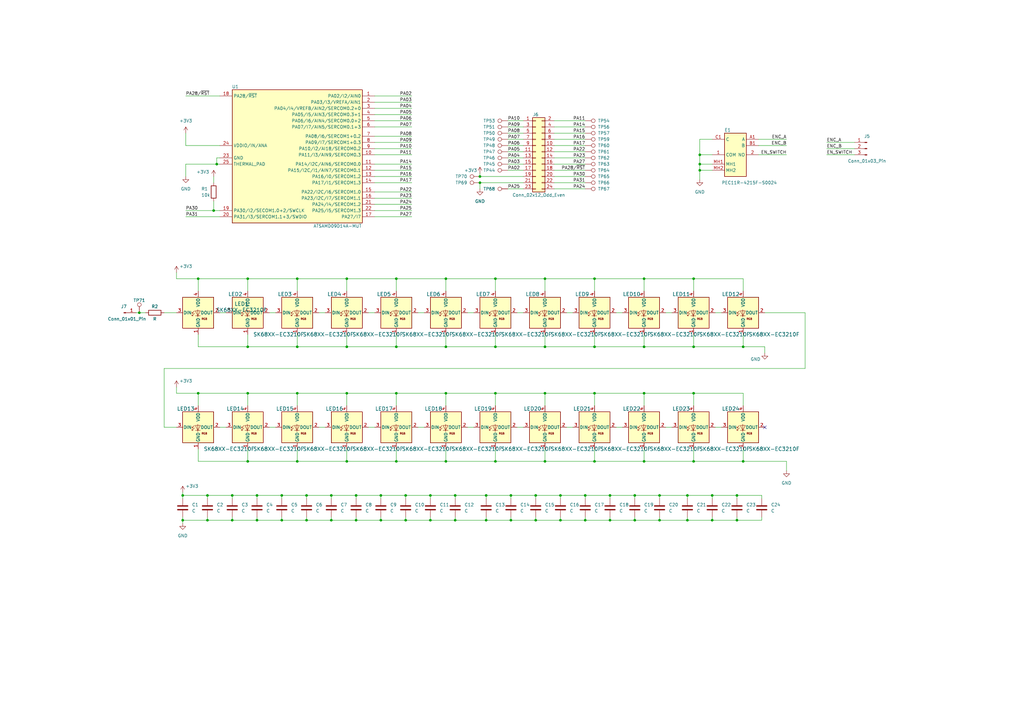
<source format=kicad_sch>
(kicad_sch (version 20231120) (generator "eeschema") (generator_version "8.0")
  (paper "A3")
  (title_block (title "Leds, Encoder, ATSAMD09") (date "2024-07-18") (rev "Final"))
  (junction (at 121.92 189.23))
  (junction (at 85.09 213.36))
  (junction (at 304.8 142.24))
  (junction (at 101.6 189.23))
  (junction (at 229.87 213.36))
  (junction (at 223.52 142.24))
  (junction (at 162.56 161.29))
  (junction (at 284.48 142.24))
  (junction (at 243.84 114.3))
  (junction (at 264.16 142.24))
  (junction (at 264.16 161.29))
  (junction (at 162.56 114.3))
  (junction (at 146.05 213.36))
  (junction (at 219.71 203.2))
  (junction (at 287.02 69.85))
  (junction (at 250.19 213.36))
  (junction (at 101.6 161.29))
  (junction (at 74.93 213.36))
  (junction (at 166.37 213.36))
  (junction (at 74.93 203.2))
  (junction (at 203.2 161.29))
  (junction (at 105.41 203.2))
  (junction (at 135.89 213.36))
  (junction (at 270.51 203.2))
  (junction (at 166.37 203.2))
  (junction (at 176.53 203.2))
  (junction (at 240.03 203.2))
  (junction (at 260.35 213.36))
  (junction (at 250.19 203.2))
  (junction (at 243.84 142.24))
  (junction (at 292.1 203.2))
  (junction (at 142.24 161.29))
  (junction (at 304.8 189.23))
  (junction (at 302.26 213.36))
  (junction (at 264.16 114.3))
  (junction (at 287.02 67.31))
  (junction (at 203.2 114.3))
  (junction (at 182.88 142.24))
  (junction (at 284.48 114.3))
  (junction (at 101.6 142.24))
  (junction (at 85.09 203.2))
  (junction (at 182.88 161.29))
  (junction (at 243.84 161.29))
  (junction (at 196.85 72.39))
  (junction (at 142.24 114.3))
  (junction (at 292.1 213.36))
  (junction (at 162.56 142.24))
  (junction (at 270.51 213.36))
  (junction (at 142.24 189.23))
  (junction (at 209.55 203.2))
  (junction (at 219.71 213.36))
  (junction (at 115.57 203.2))
  (junction (at 125.73 213.36))
  (junction (at 209.55 213.36))
  (junction (at 281.94 213.36))
  (junction (at 162.56 189.23))
  (junction (at 81.28 161.29))
  (junction (at 87.63 86.36))
  (junction (at 95.25 213.36))
  (junction (at 156.21 203.2))
  (junction (at 243.84 189.23))
  (junction (at 105.41 213.36))
  (junction (at 264.16 189.23))
  (junction (at 121.92 161.29))
  (junction (at 101.6 114.3))
  (junction (at 146.05 203.2))
  (junction (at 142.24 142.24))
  (junction (at 203.2 142.24))
  (junction (at 121.92 142.24))
  (junction (at 186.69 203.2))
  (junction (at 302.26 203.2))
  (junction (at 260.35 203.2))
  (junction (at 199.39 213.36))
  (junction (at 81.28 114.3))
  (junction (at 229.87 203.2))
  (junction (at 203.2 189.23))
  (junction (at 223.52 161.29))
  (junction (at 176.53 213.36))
  (junction (at 57.15 128.27))
  (junction (at 223.52 189.23))
  (junction (at 284.48 189.23))
  (junction (at 95.25 203.2))
  (junction (at 199.39 203.2))
  (junction (at 182.88 114.3))
  (junction (at 135.89 203.2))
  (junction (at 196.85 74.93))
  (junction (at 240.03 213.36))
  (junction (at 125.73 203.2))
  (junction (at 121.92 114.3))
  (junction (at 281.94 203.2))
  (junction (at 284.48 161.29))
  (junction (at 115.57 213.36))
  (junction (at 223.52 114.3))
  (junction (at 186.69 213.36))
  (junction (at 88.9 67.31))
  (junction (at 182.88 189.23))
  (junction (at 287.02 63.5))
  (junction (at 156.21 213.36))
  (no_connect (at 313.69 175.26))
  (wire (pts (xy 312.42 213.36) (xy 312.42 212.09)))
  (wire (pts (xy 162.56 114.3) (xy 162.56 119.38)))
  (wire (pts (xy 311.15 57.15) (xy 322.58 57.15)))
  (wire (pts (xy 95.25 213.36) (xy 105.41 213.36)))
  (wire (pts (xy 166.37 213.36) (xy 176.53 213.36)))
  (wire (pts (xy 227.33 52.07) (xy 240.03 52.07)))
  (wire (pts (xy 287.02 69.85) (xy 292.1 69.85)))
  (wire (pts (xy 67.31 151.13) (xy 67.31 175.26)))
  (wire (pts (xy 110.49 175.26) (xy 113.03 175.26)))
  (wire (pts (xy 166.37 203.2) (xy 166.37 204.47)))
  (wire (pts (xy 270.51 203.2) (xy 281.94 203.2)))
  (wire (pts (xy 287.02 67.31) (xy 292.1 67.31)))
  (wire (pts (xy 182.88 161.29) (xy 182.88 166.37)))
  (wire (pts (xy 153.67 41.91) (xy 168.91 41.91)))
  (wire (pts (xy 153.67 74.93) (xy 168.91 74.93)))
  (wire (pts (xy 223.52 184.15) (xy 223.52 189.23)))
  (wire (pts (xy 284.48 142.24) (xy 304.8 142.24)))
  (wire (pts (xy 162.56 161.29) (xy 162.56 166.37)))
  (wire (pts (xy 146.05 213.36) (xy 146.05 212.09)))
  (wire (pts (xy 85.09 213.36) (xy 95.25 213.36)))
  (wire (pts (xy 243.84 114.3) (xy 243.84 119.38)))
  (wire (pts (xy 243.84 161.29) (xy 264.16 161.29)))
  (wire (pts (xy 81.28 142.24) (xy 101.6 142.24)))
  (wire (pts (xy 281.94 203.2) (xy 281.94 204.47)))
  (wire (pts (xy 162.56 161.29) (xy 182.88 161.29)))
  (wire (pts (xy 212.09 175.26) (xy 214.63 175.26)))
  (wire (pts (xy 203.2 161.29) (xy 223.52 161.29)))
  (wire (pts (xy 203.2 114.3) (xy 223.52 114.3)))
  (wire (pts (xy 74.93 203.2) (xy 85.09 203.2)))
  (wire (pts (xy 95.25 203.2) (xy 95.25 204.47)))
  (wire (pts (xy 182.88 189.23) (xy 203.2 189.23)))
  (wire (pts (xy 88.9 64.77) (xy 88.9 67.31)))
  (wire (pts (xy 287.02 67.31) (xy 287.02 69.85)))
  (wire (pts (xy 162.56 184.15) (xy 162.56 189.23)))
  (wire (pts (xy 153.67 58.42) (xy 168.91 58.42)))
  (wire (pts (xy 227.33 69.85) (xy 240.03 69.85)))
  (wire (pts (xy 219.71 212.09) (xy 219.71 213.36)))
  (wire (pts (xy 227.33 49.53) (xy 240.03 49.53)))
  (wire (pts (xy 151.13 175.26) (xy 153.67 175.26)))
  (wire (pts (xy 76.2 54.61) (xy 76.2 59.69)))
  (wire (pts (xy 250.19 213.36) (xy 260.35 213.36)))
  (wire (pts (xy 130.81 128.27) (xy 133.35 128.27)))
  (wire (pts (xy 302.26 212.09) (xy 302.26 213.36)))
  (wire (pts (xy 304.8 189.23) (xy 322.58 189.23)))
  (wire (pts (xy 153.67 78.74) (xy 168.91 78.74)))
  (wire (pts (xy 250.19 203.2) (xy 260.35 203.2)))
  (wire (pts (xy 171.45 128.27) (xy 173.99 128.27)))
  (wire (pts (xy 142.24 114.3) (xy 142.24 119.38)))
  (wire (pts (xy 196.85 74.93) (xy 214.63 74.93)))
  (wire (pts (xy 57.15 128.27) (xy 59.69 128.27)))
  (wire (pts (xy 81.28 137.16) (xy 81.28 142.24)))
  (wire (pts (xy 304.8 184.15) (xy 304.8 189.23)))
  (wire (pts (xy 182.88 114.3) (xy 182.88 119.38)))
  (wire (pts (xy 214.63 57.15) (xy 208.28 57.15)))
  (wire (pts (xy 304.8 114.3) (xy 304.8 119.38)))
  (wire (pts (xy 186.69 213.36) (xy 199.39 213.36)))
  (wire (pts (xy 166.37 212.09) (xy 166.37 213.36)))
  (wire (pts (xy 227.33 64.77) (xy 240.03 64.77)))
  (wire (pts (xy 81.28 161.29) (xy 101.6 161.29)))
  (wire (pts (xy 81.28 184.15) (xy 81.28 189.23)))
  (wire (pts (xy 292.1 203.2) (xy 292.1 204.47)))
  (wire (pts (xy 227.33 54.61) (xy 240.03 54.61)))
  (wire (pts (xy 156.21 212.09) (xy 156.21 213.36)))
  (wire (pts (xy 76.2 39.37) (xy 90.17 39.37)))
  (wire (pts (xy 67.31 151.13) (xy 330.2 151.13)))
  (wire (pts (xy 270.51 213.36) (xy 270.51 212.09)))
  (wire (pts (xy 171.45 175.26) (xy 173.99 175.26)))
  (wire (pts (xy 284.48 161.29) (xy 284.48 166.37)))
  (wire (pts (xy 214.63 62.23) (xy 208.28 62.23)))
  (wire (pts (xy 72.39 161.29) (xy 72.39 158.75)))
  (wire (pts (xy 250.19 203.2) (xy 250.19 204.47)))
  (wire (pts (xy 219.71 213.36) (xy 229.87 213.36)))
  (wire (pts (xy 209.55 213.36) (xy 209.55 212.09)))
  (wire (pts (xy 270.51 213.36) (xy 281.94 213.36)))
  (wire (pts (xy 240.03 203.2) (xy 240.03 204.47)))
  (wire (pts (xy 311.15 63.5) (xy 322.58 63.5)))
  (wire (pts (xy 250.19 212.09) (xy 250.19 213.36)))
  (wire (pts (xy 162.56 142.24) (xy 182.88 142.24)))
  (wire (pts (xy 281.94 212.09) (xy 281.94 213.36)))
  (wire (pts (xy 153.67 81.28) (xy 168.91 81.28)))
  (wire (pts (xy 81.28 114.3) (xy 101.6 114.3)))
  (wire (pts (xy 284.48 137.16) (xy 284.48 142.24)))
  (wire (pts (xy 153.67 63.5) (xy 168.91 63.5)))
  (wire (pts (xy 130.81 175.26) (xy 133.35 175.26)))
  (wire (pts (xy 95.25 212.09) (xy 95.25 213.36)))
  (wire (pts (xy 196.85 77.47) (xy 196.85 74.93)))
  (wire (pts (xy 229.87 203.2) (xy 240.03 203.2)))
  (wire (pts (xy 260.35 203.2) (xy 260.35 204.47)))
  (wire (pts (xy 229.87 212.09) (xy 229.87 213.36)))
  (wire (pts (xy 105.41 203.2) (xy 115.57 203.2)))
  (wire (pts (xy 142.24 137.16) (xy 142.24 142.24)))
  (wire (pts (xy 153.67 44.45) (xy 168.91 44.45)))
  (wire (pts (xy 339.09 63.5) (xy 350.52 63.5)))
  (wire (pts (xy 227.33 77.47) (xy 240.03 77.47)))
  (wire (pts (xy 176.53 212.09) (xy 176.53 213.36)))
  (wire (pts (xy 196.85 71.12) (xy 196.85 72.39)))
  (wire (pts (xy 199.39 213.36) (xy 209.55 213.36)))
  (wire (pts (xy 125.73 212.09) (xy 125.73 213.36)))
  (wire (pts (xy 153.67 52.07) (xy 168.91 52.07)))
  (wire (pts (xy 135.89 203.2) (xy 135.89 204.47)))
  (wire (pts (xy 293.37 128.27) (xy 295.91 128.27)))
  (wire (pts (xy 284.48 114.3) (xy 304.8 114.3)))
  (wire (pts (xy 287.02 63.5) (xy 292.1 63.5)))
  (wire (pts (xy 313.69 142.24) (xy 313.69 144.78)))
  (wire (pts (xy 227.33 72.39) (xy 240.03 72.39)))
  (wire (pts (xy 223.52 114.3) (xy 243.84 114.3)))
  (wire (pts (xy 146.05 203.2) (xy 146.05 204.47)))
  (wire (pts (xy 203.2 142.24) (xy 223.52 142.24)))
  (wire (pts (xy 284.48 184.15) (xy 284.48 189.23)))
  (wire (pts (xy 223.52 142.24) (xy 243.84 142.24)))
  (wire (pts (xy 199.39 203.2) (xy 209.55 203.2)))
  (wire (pts (xy 281.94 203.2) (xy 292.1 203.2)))
  (wire (pts (xy 203.2 114.3) (xy 203.2 119.38)))
  (wire (pts (xy 292.1 212.09) (xy 292.1 213.36)))
  (wire (pts (xy 302.26 203.2) (xy 302.26 204.47)))
  (wire (pts (xy 227.33 67.31) (xy 240.03 67.31)))
  (wire (pts (xy 264.16 161.29) (xy 284.48 161.29)))
  (wire (pts (xy 146.05 203.2) (xy 156.21 203.2)))
  (wire (pts (xy 214.63 52.07) (xy 208.28 52.07)))
  (wire (pts (xy 162.56 137.16) (xy 162.56 142.24)))
  (wire (pts (xy 105.41 213.36) (xy 115.57 213.36)))
  (wire (pts (xy 85.09 203.2) (xy 85.09 204.47)))
  (wire (pts (xy 302.26 213.36) (xy 312.42 213.36)))
  (wire (pts (xy 223.52 189.23) (xy 243.84 189.23)))
  (wire (pts (xy 74.93 213.36) (xy 85.09 213.36)))
  (wire (pts (xy 182.88 142.24) (xy 203.2 142.24)))
  (wire (pts (xy 115.57 203.2) (xy 125.73 203.2)))
  (wire (pts (xy 153.67 55.88) (xy 168.91 55.88)))
  (wire (pts (xy 142.24 161.29) (xy 162.56 161.29)))
  (wire (pts (xy 229.87 213.36) (xy 240.03 213.36)))
  (wire (pts (xy 214.63 64.77) (xy 208.28 64.77)))
  (wire (pts (xy 101.6 161.29) (xy 101.6 166.37)))
  (wire (pts (xy 142.24 161.29) (xy 142.24 166.37)))
  (wire (pts (xy 264.16 184.15) (xy 264.16 189.23)))
  (wire (pts (xy 153.67 88.9) (xy 168.91 88.9)))
  (wire (pts (xy 292.1 213.36) (xy 302.26 213.36)))
  (wire (pts (xy 304.8 137.16) (xy 304.8 142.24)))
  (wire (pts (xy 287.02 69.85) (xy 287.02 73.66)))
  (wire (pts (xy 264.16 114.3) (xy 264.16 119.38)))
  (wire (pts (xy 121.92 114.3) (xy 121.92 119.38)))
  (wire (pts (xy 214.63 59.69) (xy 208.28 59.69)))
  (wire (pts (xy 302.26 203.2) (xy 312.42 203.2)))
  (wire (pts (xy 74.93 212.09) (xy 74.93 213.36)))
  (wire (pts (xy 101.6 142.24) (xy 121.92 142.24)))
  (wire (pts (xy 214.63 54.61) (xy 208.28 54.61)))
  (wire (pts (xy 110.49 128.27) (xy 113.03 128.27)))
  (wire (pts (xy 252.73 175.26) (xy 255.27 175.26)))
  (wire (pts (xy 219.71 203.2) (xy 229.87 203.2)))
  (wire (pts (xy 135.89 212.09) (xy 135.89 213.36)))
  (wire (pts (xy 95.25 203.2) (xy 105.41 203.2)))
  (wire (pts (xy 121.92 137.16) (xy 121.92 142.24)))
  (wire (pts (xy 203.2 161.29) (xy 203.2 166.37)))
  (wire (pts (xy 90.17 64.77) (xy 88.9 64.77)))
  (wire (pts (xy 304.8 142.24) (xy 313.69 142.24)))
  (wire (pts (xy 101.6 114.3) (xy 101.6 119.38)))
  (wire (pts (xy 209.55 213.36) (xy 219.71 213.36)))
  (wire (pts (xy 304.8 161.29) (xy 304.8 166.37)))
  (wire (pts (xy 260.35 212.09) (xy 260.35 213.36)))
  (wire (pts (xy 151.13 128.27) (xy 153.67 128.27)))
  (wire (pts (xy 292.1 203.2) (xy 302.26 203.2)))
  (wire (pts (xy 339.09 58.42) (xy 350.52 58.42)))
  (wire (pts (xy 121.92 114.3) (xy 142.24 114.3)))
  (wire (pts (xy 156.21 203.2) (xy 166.37 203.2)))
  (wire (pts (xy 229.87 203.2) (xy 229.87 204.47)))
  (wire (pts (xy 153.67 69.85) (xy 168.91 69.85)))
  (wire (pts (xy 214.63 67.31) (xy 208.28 67.31)))
  (wire (pts (xy 243.84 114.3) (xy 264.16 114.3)))
  (wire (pts (xy 115.57 212.09) (xy 115.57 213.36)))
  (wire (pts (xy 292.1 57.15) (xy 287.02 57.15)))
  (wire (pts (xy 142.24 142.24) (xy 162.56 142.24)))
  (wire (pts (xy 67.31 175.26) (xy 72.39 175.26)))
  (wire (pts (xy 153.67 39.37) (xy 168.91 39.37)))
  (wire (pts (xy 105.41 212.09) (xy 105.41 213.36)))
  (wire (pts (xy 81.28 114.3) (xy 72.39 114.3)))
  (wire (pts (xy 153.67 67.31) (xy 168.91 67.31)))
  (wire (pts (xy 121.92 189.23) (xy 142.24 189.23)))
  (wire (pts (xy 214.63 69.85) (xy 208.28 69.85)))
  (wire (pts (xy 273.05 175.26) (xy 275.59 175.26)))
  (wire (pts (xy 156.21 213.36) (xy 166.37 213.36)))
  (wire (pts (xy 87.63 72.39) (xy 87.63 74.93)))
  (wire (pts (xy 243.84 142.24) (xy 264.16 142.24)))
  (wire (pts (xy 67.31 128.27) (xy 72.39 128.27)))
  (wire (pts (xy 243.84 137.16) (xy 243.84 142.24)))
  (wire (pts (xy 121.92 161.29) (xy 121.92 166.37)))
  (wire (pts (xy 142.24 184.15) (xy 142.24 189.23)))
  (wire (pts (xy 166.37 203.2) (xy 176.53 203.2)))
  (wire (pts (xy 284.48 189.23) (xy 304.8 189.23)))
  (wire (pts (xy 214.63 49.53) (xy 208.28 49.53)))
  (wire (pts (xy 90.17 128.27) (xy 92.71 128.27)))
  (wire (pts (xy 55.88 128.27) (xy 57.15 128.27)))
  (wire (pts (xy 284.48 114.3) (xy 284.48 119.38)))
  (wire (pts (xy 223.52 114.3) (xy 223.52 119.38)))
  (wire (pts (xy 191.77 128.27) (xy 194.31 128.27)))
  (wire (pts (xy 101.6 161.29) (xy 121.92 161.29)))
  (wire (pts (xy 182.88 137.16) (xy 182.88 142.24)))
  (wire (pts (xy 142.24 189.23) (xy 162.56 189.23)))
  (wire (pts (xy 74.93 201.93) (xy 74.93 203.2)))
  (wire (pts (xy 264.16 161.29) (xy 264.16 166.37)))
  (wire (pts (xy 153.67 86.36) (xy 168.91 86.36)))
  (wire (pts (xy 101.6 189.23) (xy 121.92 189.23)))
  (wire (pts (xy 81.28 166.37) (xy 81.28 161.29)))
  (wire (pts (xy 232.41 175.26) (xy 234.95 175.26)))
  (wire (pts (xy 153.67 60.96) (xy 168.91 60.96)))
  (wire (pts (xy 72.39 114.3) (xy 72.39 111.76)))
  (wire (pts (xy 284.48 161.29) (xy 304.8 161.29)))
  (wire (pts (xy 209.55 203.2) (xy 219.71 203.2)))
  (wire (pts (xy 243.84 161.29) (xy 243.84 166.37)))
  (wire (pts (xy 153.67 46.99) (xy 168.91 46.99)))
  (wire (pts (xy 176.53 203.2) (xy 176.53 204.47)))
  (wire (pts (xy 203.2 189.23) (xy 223.52 189.23)))
  (wire (pts (xy 223.52 161.29) (xy 223.52 166.37)))
  (wire (pts (xy 142.24 114.3) (xy 162.56 114.3)))
  (wire (pts (xy 203.2 184.15) (xy 203.2 189.23)))
  (wire (pts (xy 186.69 213.36) (xy 186.69 212.09)))
  (wire (pts (xy 76.2 67.31) (xy 88.9 67.31)))
  (wire (pts (xy 199.39 212.09) (xy 199.39 213.36)))
  (wire (pts (xy 199.39 203.2) (xy 199.39 204.47)))
  (wire (pts (xy 81.28 189.23) (xy 101.6 189.23)))
  (wire (pts (xy 203.2 137.16) (xy 203.2 142.24)))
  (wire (pts (xy 339.09 60.96) (xy 350.52 60.96)))
  (wire (pts (xy 264.16 142.24) (xy 284.48 142.24)))
  (wire (pts (xy 223.52 137.16) (xy 223.52 142.24)))
  (wire (pts (xy 153.67 83.82) (xy 168.91 83.82)))
  (wire (pts (xy 101.6 137.16) (xy 101.6 142.24)))
  (wire (pts (xy 186.69 203.2) (xy 199.39 203.2)))
  (wire (pts (xy 191.77 175.26) (xy 194.31 175.26)))
  (wire (pts (xy 281.94 213.36) (xy 292.1 213.36)))
  (wire (pts (xy 330.2 128.27) (xy 330.2 151.13)))
  (wire (pts (xy 121.92 142.24) (xy 142.24 142.24)))
  (wire (pts (xy 76.2 67.31) (xy 76.2 72.39)))
  (wire (pts (xy 214.63 72.39) (xy 196.85 72.39)))
  (wire (pts (xy 264.16 189.23) (xy 284.48 189.23)))
  (wire (pts (xy 125.73 203.2) (xy 135.89 203.2)))
  (wire (pts (xy 87.63 86.36) (xy 90.17 86.36)))
  (wire (pts (xy 312.42 203.2) (xy 312.42 204.47)))
  (wire (pts (xy 264.16 137.16) (xy 264.16 142.24)))
  (wire (pts (xy 81.28 161.29) (xy 72.39 161.29)))
  (wire (pts (xy 115.57 203.2) (xy 115.57 204.47)))
  (wire (pts (xy 90.17 175.26) (xy 92.71 175.26)))
  (wire (pts (xy 105.41 203.2) (xy 105.41 204.47)))
  (wire (pts (xy 186.69 203.2) (xy 186.69 204.47)))
  (wire (pts (xy 182.88 161.29) (xy 203.2 161.29)))
  (wire (pts (xy 240.03 203.2) (xy 250.19 203.2)))
  (wire (pts (xy 125.73 213.36) (xy 135.89 213.36)))
  (wire (pts (xy 146.05 213.36) (xy 156.21 213.36)))
  (wire (pts (xy 101.6 114.3) (xy 121.92 114.3)))
  (wire (pts (xy 273.05 128.27) (xy 275.59 128.27)))
  (wire (pts (xy 121.92 161.29) (xy 142.24 161.29)))
  (wire (pts (xy 240.03 213.36) (xy 250.19 213.36)))
  (wire (pts (xy 88.9 67.31) (xy 90.17 67.31)))
  (wire (pts (xy 264.16 114.3) (xy 284.48 114.3)))
  (wire (pts (xy 313.69 128.27) (xy 330.2 128.27)))
  (wire (pts (xy 240.03 212.09) (xy 240.03 213.36)))
  (wire (pts (xy 135.89 213.36) (xy 146.05 213.36)))
  (wire (pts (xy 287.02 63.5) (xy 287.02 67.31)))
  (wire (pts (xy 208.28 77.47) (xy 214.63 77.47)))
  (wire (pts (xy 153.67 49.53) (xy 168.91 49.53)))
  (wire (pts (xy 227.33 74.93) (xy 240.03 74.93)))
  (wire (pts (xy 135.89 203.2) (xy 146.05 203.2)))
  (wire (pts (xy 176.53 203.2) (xy 186.69 203.2)))
  (wire (pts (xy 182.88 184.15) (xy 182.88 189.23)))
  (wire (pts (xy 260.35 203.2) (xy 270.51 203.2)))
  (wire (pts (xy 252.73 128.27) (xy 255.27 128.27)))
  (wire (pts (xy 260.35 213.36) (xy 270.51 213.36)))
  (wire (pts (xy 125.73 203.2) (xy 125.73 204.47)))
  (wire (pts (xy 76.2 88.9) (xy 90.17 88.9)))
  (wire (pts (xy 81.28 119.38) (xy 81.28 114.3)))
  (wire (pts (xy 156.21 203.2) (xy 156.21 204.47)))
  (wire (pts (xy 227.33 57.15) (xy 240.03 57.15)))
  (wire (pts (xy 311.15 59.69) (xy 322.58 59.69)))
  (wire (pts (xy 223.52 161.29) (xy 243.84 161.29)))
  (wire (pts (xy 162.56 189.23) (xy 182.88 189.23)))
  (wire (pts (xy 212.09 128.27) (xy 214.63 128.27)))
  (wire (pts (xy 243.84 184.15) (xy 243.84 189.23)))
  (wire (pts (xy 85.09 213.36) (xy 85.09 212.09)))
  (wire (pts (xy 227.33 59.69) (xy 240.03 59.69)))
  (wire (pts (xy 287.02 57.15) (xy 287.02 63.5)))
  (wire (pts (xy 153.67 72.39) (xy 168.91 72.39)))
  (wire (pts (xy 270.51 203.2) (xy 270.51 204.47)))
  (wire (pts (xy 243.84 189.23) (xy 264.16 189.23)))
  (wire (pts (xy 227.33 62.23) (xy 240.03 62.23)))
  (wire (pts (xy 74.93 203.2) (xy 74.93 204.47)))
  (wire (pts (xy 76.2 59.69) (xy 90.17 59.69)))
  (wire (pts (xy 176.53 213.36) (xy 186.69 213.36)))
  (wire (pts (xy 293.37 175.26) (xy 295.91 175.26)))
  (wire (pts (xy 74.93 213.36) (xy 74.93 214.63)))
  (wire (pts (xy 232.41 128.27) (xy 234.95 128.27)))
  (wire (pts (xy 209.55 203.2) (xy 209.55 204.47)))
  (wire (pts (xy 219.71 203.2) (xy 219.71 204.47)))
  (wire (pts (xy 322.58 189.23) (xy 322.58 193.04)))
  (wire (pts (xy 182.88 114.3) (xy 203.2 114.3)))
  (wire (pts (xy 87.63 82.55) (xy 87.63 86.36)))
  (wire (pts (xy 101.6 184.15) (xy 101.6 189.23)))
  (wire (pts (xy 115.57 213.36) (xy 125.73 213.36)))
  (wire (pts (xy 76.2 86.36) (xy 87.63 86.36)))
  (wire (pts (xy 162.56 114.3) (xy 182.88 114.3)))
  (wire (pts (xy 85.09 203.2) (xy 95.25 203.2)))
  (wire (pts (xy 121.92 184.15) (xy 121.92 189.23)))
  (label "EN_SWITCH" (at 339.09 63.5 0))
  (label "PA17" (at 168.91 74.93 180))
  (label "PA17" (at 240.03 59.69 180))
  (label "PA31" (at 76.2 88.9 0))
  (label "PA11" (at 168.91 63.5 180))
  (label "PA10" (at 208.28 49.53 0))
  (label "PA28{slash}~{RST}" (at 76.2 39.37 0))
  (label "PA02" (at 208.28 69.85 0))
  (label "PA22" (at 240.03 62.23 180))
  (label "PA03" (at 208.28 67.31 0))
  (label "PA02" (at 168.91 39.37 180))
  (label "PA24" (at 240.03 77.47 180))
  (label "PA14" (at 240.03 52.07 180))
  (label "PA25" (at 208.28 77.47 0))
  (label "PA05" (at 168.91 46.99 180))
  (label "EN_SWITCH" (at 322.58 63.5 180))
  (label "PA08" (at 168.91 55.88 180))
  (label "PA23" (at 168.91 81.28 180))
  (label "PA23" (at 240.03 64.77 180))
  (label "PA22" (at 168.91 78.74 180))
  (label "PA10" (at 168.91 60.96 180))
  (label "PA27" (at 168.91 88.9 180))
  (label "PA11" (at 240.03 49.53 180))
  (label "PA31" (at 240.03 74.93 180))
  (label "PA16" (at 240.03 57.15 180))
  (label "PA09" (at 168.91 58.42 180))
  (label "ENC_B" (at 322.58 59.69 180))
  (label "PA06" (at 168.91 49.53 180))
  (label "PA15" (at 168.91 69.85 180))
  (label "ENC_B" (at 339.09 60.96 0))
  (label "PA09" (at 208.28 52.07 0))
  (label "PA07" (at 168.91 52.07 180))
  (label "PA27" (at 240.03 67.31 180))
  (label "ENC_A" (at 322.58 57.15 180))
  (label "PA14" (at 168.91 67.31 180))
  (label "PA08" (at 208.28 54.61 0))
  (label "PA28{slash}~{RST}" (at 240.03 69.85 180))
  (label "PA15" (at 240.03 54.61 180))
  (label "PA30" (at 240.03 72.39 180))
  (label "PA07" (at 208.28 57.15 0))
  (label "PA25" (at 168.91 86.36 180))
  (label "PA06" (at 208.28 59.69 0))
  (label "PA24" (at 168.91 83.82 180))
  (label "PA16" (at 168.91 72.39 180))
  (label "ENC_A" (at 339.09 58.42 0))
  (label "PA05" (at 208.28 62.23 0))
  (label "PA03" (at 168.91 41.91 180))
  (label "PA04" (at 168.91 44.45 180))
  (label "PA04" (at 208.28 64.77 0))
  (label "PA30" (at 76.2 86.36 0))
  (symbol (lib_id "Connector:TestPoint") (at 240.03 77.47 270) (mirror x) (unit 1)
    (property "Reference" "TP67" (at 247.65 77.47 90))
    (property "Value" "TestPoint" (effects (hide yes)))
    (property "Footprint" "TestPoint:TestPoint_Pad_D1.5mm" (effects (hide yes)))
  )
  (symbol (lib_id "SK68XX-EC3210F:SK68XX-EC3210F") (at 146.05 156.21 0) (unit 1)
    (property "Reference" "LED17" (at 157.48 167.64 0) (effects (font (size 1.524 1.524))))
    (property "Value" "SK68XX-EC3210F" (at 175.26 184.15 0) (effects (font (size 1.524 1.524))))
    (property "Footprint" "TFG:SK68XX-EC3210F" (effects (hide yes)))
  )
  (symbol (lib_id "power:+3V3") (at 72.39 111.76 0) (unit 1)
    (property "Reference" "#PWR015" (effects (hide yes)))
    (property "Value" "+3V3" (at 76.2 109.22 0))
  )
  (symbol (lib_id "Device:C") (at 74.93 208.28 0) (unit 1)
    (property "Reference" "C1" (at 78.74 207.01 0) (effects (justify left)))
    (property "Value" "C" (at 78.74 209.55 0) (effects (justify left)))
    (property "Footprint" "Capacitor_SMD:C_0603_1608Metric" (effects (hide yes)))
  )
  (symbol (lib_id "Connector:TestPoint") (at 57.15 128.27 0) (mirror y) (unit 1)
    (property "Reference" "TP71" (at 57.15 123.19 0))
    (property "Value" "TestPoint" (effects (hide yes)))
    (property "Footprint" "TestPoint:TestPoint_Pad_D1.5mm" (effects (hide yes)))
  )
  (symbol (lib_id "Connector:TestPoint") (at 240.03 74.93 270) (mirror x) (unit 1)
    (property "Reference" "TP66" (at 247.65 74.93 90))
    (property "Value" "TestPoint" (effects (hide yes)))
    (property "Footprint" "TestPoint:TestPoint_Pad_D1.5mm" (effects (hide yes)))
  )
  (symbol (lib_id "power:GND") (at 74.93 214.63 0) (unit 1)
    (property "Reference" "#PWR020" (effects (hide yes)))
    (property "Value" "GND" (at 74.93 219.71 0))
  )
  (symbol (lib_id "SK68XX-EC3210F:SK68XX-EC3210F") (at 64.77 156.21 0) (unit 1)
    (property "Reference" "LED13" (at 76.2 167.64 0) (effects (font (size 1.524 1.524))))
    (property "Value" "SK68XX-EC3210F" (at 93.98 184.15 0) (effects (font (size 1.524 1.524))))
    (property "Footprint" "TFG:SK68XX-EC3210F" (effects (hide yes)))
  )
  (symbol (lib_id "Connector:TestPoint") (at 208.28 52.07 90) (unit 1)
    (property "Reference" "TP51" (at 200.66 52.07 90))
    (property "Value" "TestPoint" (effects (hide yes)))
    (property "Footprint" "TestPoint:TestPoint_Pad_D1.5mm" (effects (hide yes)))
  )
  (symbol (lib_id "Connector:TestPoint") (at 208.28 59.69 90) (unit 1)
    (property "Reference" "TP48" (at 200.66 59.69 90))
    (property "Value" "TestPoint" (effects (hide yes)))
    (property "Footprint" "TestPoint:TestPoint_Pad_D1.5mm" (effects (hide yes)))
  )
  (symbol (lib_id "SK68XX-EC3210F:SK68XX-EC3210F") (at 288.29 109.22 0) (unit 1)
    (property "Reference" "LED12" (at 299.72 120.65 0) (effects (font (size 1.524 1.524))))
    (property "Value" "SK68XX-EC3210F" (at 317.5 137.16 0) (effects (font (size 1.524 1.524))))
    (property "Footprint" "TFG:SK68XX-EC3210F" (effects (hide yes)))
  )
  (symbol (lib_id "Device:C") (at 105.41 208.28 0) (unit 1)
    (property "Reference" "C4" (at 109.22 207.01 0) (effects (justify left)))
    (property "Value" "C" (at 109.22 209.55 0) (effects (justify left)))
    (property "Footprint" "Capacitor_SMD:C_0603_1608Metric" (effects (hide yes)))
  )
  (symbol (lib_id "Device:C") (at 229.87 208.28 0) (unit 1)
    (property "Reference" "C16" (at 233.68 207.01 0) (effects (justify left)))
    (property "Value" "C" (at 233.68 209.55 0) (effects (justify left)))
    (property "Footprint" "Capacitor_SMD:C_0603_1608Metric" (effects (hide yes)))
  )
  (symbol (lib_id "SK68XX-EC3210F:SK68XX-EC3210F") (at 125.73 109.22 0) (unit 1)
    (property "Reference" "LED4" (at 137.16 120.65 0) (effects (font (size 1.524 1.524))))
    (property "Value" "SK68XX-EC3210F" (at 154.94 137.16 0) (effects (font (size 1.524 1.524))))
    (property "Footprint" "TFG:SK68XX-EC3210F" (effects (hide yes)))
  )
  (symbol (lib_id "power:+3V3") (at 87.63 72.39 0) (unit 1)
    (property "Reference" "#PWR011" (effects (hide yes)))
    (property "Value" "+3V3" (at 83.185 70.485 0))
  )
  (symbol (lib_id "SK68XX-EC3210F:SK68XX-EC3210F") (at 207.01 156.21 0) (unit 1)
    (property "Reference" "LED20" (at 218.44 167.64 0) (effects (font (size 1.524 1.524))))
    (property "Value" "SK68XX-EC3210F" (at 236.22 184.15 0) (effects (font (size 1.524 1.524))))
    (property "Footprint" "TFG:SK68XX-EC3210F" (effects (hide yes)))
  )
  (symbol (lib_id "SK68XX-EC3210F:SK68XX-EC3210F") (at 85.09 109.22 0) (unit 1)
    (property "Reference" "LED2" (at 96.52 120.65 0) (effects (font (size 1.524 1.524))))
    (property "Value" "SK68XX-EC3210F" (at 114.3 137.16 0) (effects (font (size 1.524 1.524))))
    (property "Footprint" "TFG:SK68XX-EC3210F" (effects (hide yes)))
  )
  (symbol (lib_id "Device:C") (at 302.26 208.28 0) (unit 1)
    (property "Reference" "C23" (at 306.07 207.01 0) (effects (justify left)))
    (property "Value" "C" (at 306.07 209.55 0) (effects (justify left)))
    (property "Footprint" "Capacitor_SMD:C_0603_1608Metric" (effects (hide yes)))
  )
  (symbol (lib_id "Device:C") (at 199.39 208.28 0) (unit 1)
    (property "Reference" "C13" (at 203.2 207.01 0) (effects (justify left)))
    (property "Value" "C" (at 203.2 209.55 0) (effects (justify left)))
    (property "Footprint" "Capacitor_SMD:C_0603_1608Metric" (effects (hide yes)))
  )
  (symbol (lib_id "Device:C") (at 135.89 208.28 0) (unit 1)
    (property "Reference" "C7" (at 139.7 207.01 0) (effects (justify left)))
    (property "Value" "C" (at 139.7 209.55 0) (effects (justify left)))
    (property "Footprint" "Capacitor_SMD:C_0603_1608Metric" (effects (hide yes)))
  )
  (symbol (lib_id "Connector:TestPoint") (at 240.03 57.15 270) (mirror x) (unit 1)
    (property "Reference" "TP59" (at 247.65 57.15 90))
    (property "Value" "TestPoint" (effects (hide yes)))
    (property "Footprint" "TestPoint:TestPoint_Pad_D1.5mm" (effects (hide yes)))
  )
  (symbol (lib_id "SK68XX-EC3210F:SK68XX-EC3210F") (at 64.77 109.22 0) (unit 1)
    (property "Reference" "LED1" (at 99.06 124.6221 0) (effects (font (size 1.524 1.524))))
    (property "Value" "SK68XX-EC3210F" (at 99.06 127.1621 0) (effects (font (size 1.524 1.524))))
    (property "Footprint" "TFG:SK68XX-EC3210F" (effects (hide yes)))
  )
  (symbol (lib_id "Connector:TestPoint") (at 208.28 64.77 90) (unit 1)
    (property "Reference" "TP46" (at 200.66 64.77 90))
    (property "Value" "TestPoint" (effects (hide yes)))
    (property "Footprint" "TestPoint:TestPoint_Pad_D1.5mm" (effects (hide yes)))
  )
  (symbol (lib_id "SK68XX-EC3210F:SK68XX-EC3210F") (at 186.69 109.22 0) (unit 1)
    (property "Reference" "LED7" (at 198.12 120.65 0) (effects (font (size 1.524 1.524))))
    (property "Value" "SK68XX-EC3210F" (at 215.9 137.16 0) (effects (font (size 1.524 1.524))))
    (property "Footprint" "TFG:SK68XX-EC3210F" (effects (hide yes)))
  )
  (symbol (lib_id "Connector:TestPoint") (at 240.03 69.85 270) (mirror x) (unit 1)
    (property "Reference" "TP64" (at 247.65 69.85 90))
    (property "Value" "TestPoint" (effects (hide yes)))
    (property "Footprint" "TestPoint:TestPoint_Pad_D1.5mm" (effects (hide yes)))
  )
  (symbol (lib_id "Device:C") (at 281.94 208.28 0) (unit 1)
    (property "Reference" "C21" (at 285.75 207.01 0) (effects (justify left)))
    (property "Value" "C" (at 285.75 209.55 0) (effects (justify left)))
    (property "Footprint" "Capacitor_SMD:C_0603_1608Metric" (effects (hide yes)))
  )
  (symbol (lib_id "Device:R") (at 63.5 128.27 90) (unit 1)
    (property "Reference" "R2" (at 63.5 125.73 90))
    (property "Value" "R" (at 63.5 130.81 90))
    (property "Footprint" "Resistor_SMD:R_0402_1005Metric" (effects (hide yes)))
  )
  (symbol (lib_id "Connector:TestPoint") (at 240.03 67.31 270) (mirror x) (unit 1)
    (property "Reference" "TP63" (at 247.65 67.31 90))
    (property "Value" "TestPoint" (effects (hide yes)))
    (property "Footprint" "TestPoint:TestPoint_Pad_D1.5mm" (effects (hide yes)))
  )
  (symbol (lib_id "Device:C") (at 270.51 208.28 0) (unit 1)
    (property "Reference" "C20" (at 274.32 207.01 0) (effects (justify left)))
    (property "Value" "C" (at 274.32 209.55 0) (effects (justify left)))
    (property "Footprint" "Capacitor_SMD:C_0603_1608Metric" (effects (hide yes)))
  )
  (symbol (lib_id "SK68XX-EC3210F:SK68XX-EC3210F") (at 125.73 156.21 0) (unit 1)
    (property "Reference" "LED16" (at 137.16 167.64 0) (effects (font (size 1.524 1.524))))
    (property "Value" "SK68XX-EC3210F" (at 154.94 184.15 0) (effects (font (size 1.524 1.524))))
    (property "Footprint" "TFG:SK68XX-EC3210F" (effects (hide yes)))
  )
  (symbol (lib_id "SK68XX-EC3210F:SK68XX-EC3210F") (at 267.97 156.21 0) (unit 1)
    (property "Reference" "LED23" (at 279.4 167.64 0) (effects (font (size 1.524 1.524))))
    (property "Value" "SK68XX-EC3210F" (at 297.18 184.15 0) (effects (font (size 1.524 1.524))))
    (property "Footprint" "TFG:SK68XX-EC3210F" (effects (hide yes)))
  )
  (symbol (lib_id "Connector:TestPoint") (at 240.03 52.07 270) (mirror x) (unit 1)
    (property "Reference" "TP56" (at 247.65 52.07 90))
    (property "Value" "TestPoint" (effects (hide yes)))
    (property "Footprint" "TestPoint:TestPoint_Pad_D1.5mm" (effects (hide yes)))
  )
  (symbol (lib_id "SK68XX-EC3210F:SK68XX-EC3210F") (at 267.97 109.22 0) (unit 1)
    (property "Reference" "LED11" (at 279.4 120.65 0) (effects (font (size 1.524 1.524))))
    (property "Value" "SK68XX-EC3210F" (at 297.18 137.16 0) (effects (font (size 1.524 1.524))))
    (property "Footprint" "TFG:SK68XX-EC3210F" (effects (hide yes)))
  )
  (symbol (lib_id "SK68XX-EC3210F:SK68XX-EC3210F") (at 288.29 156.21 0) (unit 1)
    (property "Reference" "LED24" (at 299.72 167.64 0) (effects (font (size 1.524 1.524))))
    (property "Value" "SK68XX-EC3210F" (at 317.5 184.15 0) (effects (font (size 1.524 1.524))))
    (property "Footprint" "TFG:SK68XX-EC3210F" (effects (hide yes)))
  )
  (symbol (lib_id "power:GND") (at 196.85 77.47 0) (unit 1)
    (property "Reference" "#PWR013" (effects (hide yes)))
    (property "Value" "GND" (at 196.85 82.55 0))
  )
  (symbol (lib_id "SK68XX-EC3210F:SK68XX-EC3210F") (at 247.65 156.21 0) (unit 1)
    (property "Reference" "LED22" (at 259.08 167.64 0) (effects (font (size 1.524 1.524))))
    (property "Value" "SK68XX-EC3210F" (at 276.86 184.15 0) (effects (font (size 1.524 1.524))))
    (property "Footprint" "TFG:SK68XX-EC3210F" (effects (hide yes)))
  )
  (symbol (lib_id "Connector:TestPoint") (at 240.03 59.69 270) (mirror x) (unit 1)
    (property "Reference" "TP60" (at 247.65 59.69 90))
    (property "Value" "TestPoint" (effects (hide yes)))
    (property "Footprint" "TestPoint:TestPoint_Pad_D1.5mm" (effects (hide yes)))
  )
  (symbol (lib_id "Device:C") (at 250.19 208.28 0) (unit 1)
    (property "Reference" "C18" (at 254 207.01 0) (effects (justify left)))
    (property "Value" "C" (at 254 209.55 0) (effects (justify left)))
    (property "Footprint" "Capacitor_SMD:C_0603_1608Metric" (effects (hide yes)))
  )
  (symbol (lib_id "Connector:TestPoint") (at 208.28 67.31 90) (unit 1)
    (property "Reference" "TP45" (at 200.66 67.31 90))
    (property "Value" "TestPoint" (effects (hide yes)))
    (property "Footprint" "TestPoint:TestPoint_Pad_D1.5mm" (effects (hide yes)))
  )
  (symbol (lib_id "Device:C") (at 156.21 208.28 0) (unit 1)
    (property "Reference" "C9" (at 160.02 207.01 0) (effects (justify left)))
    (property "Value" "C" (at 160.02 209.55 0) (effects (justify left)))
    (property "Footprint" "Capacitor_SMD:C_0603_1608Metric" (effects (hide yes)))
  )
  (symbol (lib_id "Connector:TestPoint") (at 196.85 74.93 90) (unit 1)
    (property "Reference" "TP69" (at 189.23 74.93 90))
    (property "Value" "TestPoint" (effects (hide yes)))
    (property "Footprint" "TestPoint:TestPoint_Pad_D1.5mm" (effects (hide yes)))
  )
  (symbol (lib_id "Device:R") (at 87.63 78.74 0) (unit 1)
    (property "Reference" "R1" (at 82.55 77.47 0) (effects (justify left)))
    (property "Value" "10k" (at 82.55 80.01 0) (effects (justify left)))
    (property "Footprint" "Resistor_SMD:R_0402_1005Metric" (effects (hide yes)))
  )
  (symbol (lib_id "power:+3V3") (at 76.2 54.61 0) (unit 1)
    (property "Reference" "#PWR09" (effects (hide yes)))
    (property "Value" "+3V3" (at 76.2 49.53 0))
  )
  (symbol (lib_id "Connector:TestPoint") (at 196.85 72.39 90) (unit 1)
    (property "Reference" "TP70" (at 189.23 72.39 90))
    (property "Value" "TestPoint" (effects (hide yes)))
    (property "Footprint" "TestPoint:TestPoint_Pad_D1.5mm" (effects (hide yes)))
  )
  (symbol (lib_id "power:+3V3") (at 74.93 201.93 0) (unit 1)
    (property "Reference" "#PWR019" (effects (hide yes)))
    (property "Value" "+3V3" (at 78.74 199.39 0))
  )
  (symbol (lib_id "Connector:TestPoint") (at 240.03 49.53 270) (mirror x) (unit 1)
    (property "Reference" "TP54" (at 247.65 49.53 90))
    (property "Value" "TestPoint" (effects (hide yes)))
    (property "Footprint" "TestPoint:TestPoint_Pad_D1.5mm" (effects (hide yes)))
  )
  (symbol (lib_id "Connector:Conn_01x03_Pin") (at 355.6 60.96 0) (mirror y) (unit 1)
    (property "Reference" "J5" (at 355.6 55.88 0))
    (property "Value" "Conn_01x03_Pin" (at 355.6 66.04 0))
    (property "Footprint" "Connector_PinHeader_2.54mm:PinHeader_1x03_P2.54mm_Vertical" (effects (hide yes)))
  )
  (symbol (lib_id "SK68XX-EC3210F:SK68XX-EC3210F") (at 247.65 109.22 0) (unit 1)
    (property "Reference" "LED10" (at 259.08 120.65 0) (effects (font (size 1.524 1.524))))
    (property "Value" "SK68XX-EC3210F" (at 276.86 137.16 0) (effects (font (size 1.524 1.524))))
    (property "Footprint" "TFG:SK68XX-EC3210F" (effects (hide yes)))
  )
  (symbol (lib_id "Device:C") (at 176.53 208.28 0) (unit 1)
    (property "Reference" "C11" (at 180.34 207.01 0) (effects (justify left)))
    (property "Value" "C" (at 180.34 209.55 0) (effects (justify left)))
    (property "Footprint" "Capacitor_SMD:C_0603_1608Metric" (effects (hide yes)))
  )
  (symbol (lib_id "Device:C") (at 146.05 208.28 0) (unit 1)
    (property "Reference" "C8" (at 149.86 207.01 0) (effects (justify left)))
    (property "Value" "C" (at 149.86 209.55 0) (effects (justify left)))
    (property "Footprint" "Capacitor_SMD:C_0603_1608Metric" (effects (hide yes)))
  )
  (symbol (lib_id "Connector:Conn_01x01_Pin") (at 50.8 128.27 0) (unit 1)
    (property "Reference" "J7" (at 50.8 125.73 0))
    (property "Value" "Conn_01x01_Pin" (at 52.07 130.81 0))
    (property "Footprint" "Connector_PinHeader_2.54mm:PinHeader_1x01_P2.54mm_Vertical" (effects (hide yes)))
  )
  (symbol (lib_id "Device:C") (at 240.03 208.28 0) (unit 1)
    (property "Reference" "C17" (at 243.84 207.01 0) (effects (justify left)))
    (property "Value" "C" (at 243.84 209.55 0) (effects (justify left)))
    (property "Footprint" "Capacitor_SMD:C_0603_1608Metric" (effects (hide yes)))
  )
  (symbol (lib_id "Device:C") (at 166.37 208.28 0) (unit 1)
    (property "Reference" "C10" (at 170.18 207.01 0) (effects (justify left)))
    (property "Value" "C" (at 170.18 209.55 0) (effects (justify left)))
    (property "Footprint" "Capacitor_SMD:C_0603_1608Metric" (effects (hide yes)))
  )
  (symbol (lib_id "SK68XX-EC3210F:SK68XX-EC3210F") (at 227.33 156.21 0) (unit 1)
    (property "Reference" "LED21" (at 238.76 167.64 0) (effects (font (size 1.524 1.524))))
    (property "Value" "SK68XX-EC3210F" (at 256.54 184.15 0) (effects (font (size 1.524 1.524))))
    (property "Footprint" "TFG:SK68XX-EC3210F" (effects (hide yes)))
  )
  (symbol (lib_id "Connector:TestPoint") (at 208.28 77.47 90) (unit 1)
    (property "Reference" "TP68" (at 200.66 77.47 90))
    (property "Value" "TestPoint" (effects (hide yes)))
    (property "Footprint" "TestPoint:TestPoint_Pad_D1.5mm" (effects (hide yes)))
  )
  (symbol (lib_id "PEC11R-4215F-S0024:PEC11R-4215F-S0024") (at 273.05 68.58 0) (unit 1)
    (property "Reference" "E1" (at 298.45 53.34 0))
    (property "Value" "PEC11R-4215F-S0024" (at 307.34 74.93 0))
    (property "Footprint" "TFG:PEC11R-4215F-S0024" (effects (hide yes)))
    (property "Datasheet" "https://www.bourns.com/docs/product-datasheets/pec11r.pdf?sfvrsn=bb617cbf_12" (effects (hide yes)))
    (property "Height" "21.5" (effects (hide yes)))
    (property "Manufacturer_Name" "Bourns" (effects (hide yes)))
    (property "Manufacturer_Part_Number" "PEC11R-4215F-S0024" (effects (hide yes)))
    (property "Mouser Part Number" "652-PEC11R-4215F-S24" (effects (hide yes)))
    (property "Mouser Price/Stock" "https://www.mouser.co.uk/ProductDetail/Bourns/PEC11R-4215F-S0024?qs=Zq5ylnUbLm5lAqmKF80wzQ%3D%3D" (effects (hide yes)))
    (property "Arrow Part Number" "PEC11R-4215F-S0024" (effects (hide yes)))
    (property "Arrow Price/Stock" "https://www.arrow.com/en/products/pec11r-4215f-s0024/bourns?region=europe" (effects (hide yes)))
  )
  (symbol (lib_id "Device:C") (at 95.25 208.28 0) (unit 1)
    (property "Reference" "C3" (at 99.06 207.01 0) (effects (justify left)))
    (property "Value" "C" (at 99.06 209.55 0) (effects (justify left)))
    (property "Footprint" "Capacitor_SMD:C_0603_1608Metric" (effects (hide yes)))
  )
  (symbol (lib_id "Connector:TestPoint") (at 208.28 62.23 90) (unit 1)
    (property "Reference" "TP47" (at 200.66 62.23 90))
    (property "Value" "TestPoint" (effects (hide yes)))
    (property "Footprint" "TestPoint:TestPoint_Pad_D1.5mm" (effects (hide yes)))
  )
  (symbol (lib_id "power:+3V3") (at 196.85 71.12 0) (mirror y) (unit 1)
    (property "Reference" "#PWR014" (effects (hide yes)))
    (property "Value" "+3V3" (at 193.04 69.85 0))
  )
  (symbol (lib_id "Device:C") (at 219.71 208.28 0) (unit 1)
    (property "Reference" "C15" (at 223.52 207.01 0) (effects (justify left)))
    (property "Value" "C" (at 223.52 209.55 0) (effects (justify left)))
    (property "Footprint" "Capacitor_SMD:C_0603_1608Metric" (effects (hide yes)))
  )
  (symbol (lib_id "Device:C") (at 186.69 208.28 0) (unit 1)
    (property "Reference" "C12" (at 190.5 207.01 0) (effects (justify left)))
    (property "Value" "C" (at 190.5 209.55 0) (effects (justify left)))
    (property "Footprint" "Capacitor_SMD:C_0603_1608Metric" (effects (hide yes)))
  )
  (symbol (lib_id "Connector:TestPoint") (at 208.28 54.61 90) (unit 1)
    (property "Reference" "TP50" (at 200.66 54.61 90))
    (property "Value" "TestPoint" (effects (hide yes)))
    (property "Footprint" "TestPoint:TestPoint_Pad_D1.5mm" (effects (hide yes)))
  )
  (symbol (lib_id "Device:C") (at 260.35 208.28 0) (unit 1)
    (property "Reference" "C19" (at 264.16 207.01 0) (effects (justify left)))
    (property "Value" "C" (at 264.16 209.55 0) (effects (justify left)))
    (property "Footprint" "Capacitor_SMD:C_0603_1608Metric" (effects (hide yes)))
  )
  (symbol (lib_id "Connector:TestPoint") (at 240.03 72.39 270) (mirror x) (unit 1)
    (property "Reference" "TP65" (at 247.65 72.39 90))
    (property "Value" "TestPoint" (effects (hide yes)))
    (property "Footprint" "TestPoint:TestPoint_Pad_D1.5mm" (effects (hide yes)))
  )
  (symbol (lib_id "Device:C") (at 292.1 208.28 0) (unit 1)
    (property "Reference" "C22" (at 295.91 207.01 0) (effects (justify left)))
    (property "Value" "C" (at 295.91 209.55 0) (effects (justify left)))
    (property "Footprint" "Capacitor_SMD:C_0603_1608Metric" (effects (hide yes)))
  )
  (symbol (lib_id "power:GND") (at 287.02 73.66 0) (unit 1)
    (property "Reference" "#PWR012" (effects (hide yes)))
    (property "Value" "GND" (at 287.02 78.74 0))
  )
  (symbol (lib_id "power:GND") (at 322.58 193.04 0) (unit 1)
    (property "Reference" "#PWR018" (effects (hide yes)))
    (property "Value" "GND" (at 322.58 198.12 0))
  )
  (symbol (lib_id "SK68XX-EC3210F:SK68XX-EC3210F") (at 105.41 156.21 0) (unit 1)
    (property "Reference" "LED15" (at 116.84 167.64 0) (effects (font (size 1.524 1.524))))
    (property "Value" "SK68XX-EC3210F" (at 134.62 184.15 0) (effects (font (size 1.524 1.524))))
    (property "Footprint" "TFG:SK68XX-EC3210F" (effects (hide yes)))
  )
  (symbol (lib_id "Connector:TestPoint") (at 208.28 69.85 90) (unit 1)
    (property "Reference" "TP44" (at 200.66 69.85 90))
    (property "Value" "TestPoint" (effects (hide yes)))
    (property "Footprint" "TestPoint:TestPoint_Pad_D1.5mm" (effects (hide yes)))
  )
  (symbol (lib_id "SK68XX-EC3210F:SK68XX-EC3210F") (at 166.37 109.22 0) (unit 1)
    (property "Reference" "LED6" (at 177.8 120.65 0) (effects (font (size 1.524 1.524))))
    (property "Value" "SK68XX-EC3210F" (at 195.58 137.16 0) (effects (font (size 1.524 1.524))))
    (property "Footprint" "TFG:SK68XX-EC3210F" (effects (hide yes)))
  )
  (symbol (lib_id "SK68XX-EC3210F:SK68XX-EC3210F") (at 186.69 156.21 0) (unit 1)
    (property "Reference" "LED19" (at 198.12 167.64 0) (effects (font (size 1.524 1.524))))
    (property "Value" "SK68XX-EC3210F" (at 215.9 184.15 0) (effects (font (size 1.524 1.524))))
    (property "Footprint" "TFG:SK68XX-EC3210F" (effects (hide yes)))
  )
  (symbol (lib_id "power:GND") (at 76.2 72.39 0) (unit 1)
    (property "Reference" "#PWR010" (effects (hide yes)))
    (property "Value" "GND" (at 76.2 77.47 0))
  )
  (symbol (lib_id "Connector:TestPoint") (at 240.03 64.77 270) (mirror x) (unit 1)
    (property "Reference" "TP62" (at 247.65 64.77 90))
    (property "Value" "TestPoint" (effects (hide yes)))
    (property "Footprint" "TestPoint:TestPoint_Pad_D1.5mm" (effects (hide yes)))
  )
  (symbol (lib_id "SK68XX-EC3210F:SK68XX-EC3210F") (at 85.09 156.21 0) (unit 1)
    (property "Reference" "LED14" (at 96.52 167.64 0) (effects (font (size 1.524 1.524))))
    (property "Value" "SK68XX-EC3210F" (at 114.3 184.15 0) (effects (font (size 1.524 1.524))))
    (property "Footprint" "TFG:SK68XX-EC3210F" (effects (hide yes)))
  )
  (symbol (lib_id "Device:C") (at 115.57 208.28 0) (unit 1)
    (property "Reference" "C5" (at 119.38 207.01 0) (effects (justify left)))
    (property "Value" "C" (at 119.38 209.55 0) (effects (justify left)))
    (property "Footprint" "Capacitor_SMD:C_0603_1608Metric" (effects (hide yes)))
  )
  (symbol (lib_id "SK68XX-EC3210F:SK68XX-EC3210F") (at 207.01 109.22 0) (unit 1)
    (property "Reference" "LED8" (at 218.44 120.65 0) (effects (font (size 1.524 1.524))))
    (property "Value" "SK68XX-EC3210F" (at 236.22 137.16 0) (effects (font (size 1.524 1.524))))
    (property "Footprint" "TFG:SK68XX-EC3210F" (effects (hide yes)))
  )
  (symbol (lib_id "SK68XX-EC3210F:SK68XX-EC3210F") (at 146.05 109.22 0) (unit 1)
    (property "Reference" "LED5" (at 157.48 120.65 0) (effects (font (size 1.524 1.524))))
    (property "Value" "SK68XX-EC3210F" (at 175.26 137.16 0) (effects (font (size 1.524 1.524))))
    (property "Footprint" "TFG:SK68XX-EC3210F" (effects (hide yes)))
  )
  (symbol (lib_id "Connector_Generic:Conn_02x12_Odd_Even") (at 219.71 62.23 0) (unit 1)
    (property "Reference" "J6" (at 219.71 46.99 0))
    (property "Value" "Conn_02x12_Odd_Even" (at 220.98 80.01 0))
    (property "Footprint" "Connector_PinHeader_2.54mm:PinHeader_2x12_P2.54mm_Vertical" (effects (hide yes)))
  )
  (symbol (lib_id "SK68XX-EC3210F:SK68XX-EC3210F") (at 166.37 156.21 0) (unit 1)
    (property "Reference" "LED18" (at 177.8 167.64 0) (effects (font (size 1.524 1.524))))
    (property "Value" "SK68XX-EC3210F" (at 195.58 184.15 0) (effects (font (size 1.524 1.524))))
    (property "Footprint" "TFG:SK68XX-EC3210F" (effects (hide yes)))
  )
  (symbol (lib_id "power:+3V3") (at 72.39 158.75 0) (unit 1)
    (property "Reference" "#PWR017" (effects (hide yes)))
    (property "Value" "+3V3" (at 76.2 156.21 0))
  )
  (symbol (lib_id "Device:C") (at 85.09 208.28 0) (unit 1)
    (property "Reference" "C2" (at 88.9 207.01 0) (effects (justify left)))
    (property "Value" "C" (at 88.9 209.55 0) (effects (justify left)))
    (property "Footprint" "Capacitor_SMD:C_0603_1608Metric" (effects (hide yes)))
  )
  (symbol (lib_id "ATSAMD09D14A-MUT:ATSAMD09D14A-MUT") (at 88.9 34.29 0) (unit 1)
    (property "Reference" "U1" (at 96.52 35.56 0))
    (property "Value" "ATSAMD09D14A-MUT" (at 138.43 92.71 0))
    (property "Footprint" "TFG:ATSAMD09D14A-MUT" (effects (hide yes)))
    (property "Datasheet" "http://ww1.microchip.com/downloads/en/DeviceDoc/Atmel-42414-SAM-D09_Datasheet.pdf" (effects (hide yes)))
    (property "Height" "0.9" (effects (hide yes)))
    (property "Manufacturer_Name" "Microchip" (effects (hide yes)))
    (property "Manufacturer_Part_Number" "ATSAMD09D14A-MUT" (effects (hide yes)))
    (property "Mouser Part Number" "556-ATSAMD09D14A-MUT" (effects (hide yes)))
    (property "Mouser Price/Stock" "https://www.mouser.co.uk/ProductDetail/Microchip-Technology/ATSAMD09D14A-MUT?qs=noSWugIXIHotTve%252BsQSPjw%3D%3D" (effects (hide yes)))
    (property "Arrow Part Number" "ATSAMD09D14A-MUT" (effects (hide yes)))
    (property "Arrow Price/Stock" "https://www.arrow.com/en/products/atsamd09d14a-mut/microchip-technology?region=nac" (effects (hide yes)))
  )
  (symbol (lib_id "Device:C") (at 209.55 208.28 0) (unit 1)
    (property "Reference" "C14" (at 213.36 207.01 0) (effects (justify left)))
    (property "Value" "C" (at 213.36 209.55 0) (effects (justify left)))
    (property "Footprint" "Capacitor_SMD:C_0603_1608Metric" (effects (hide yes)))
  )
  (symbol (lib_id "Connector:TestPoint") (at 240.03 54.61 270) (mirror x) (unit 1)
    (property "Reference" "TP57" (at 247.65 54.61 90))
    (property "Value" "TestPoint" (effects (hide yes)))
    (property "Footprint" "TestPoint:TestPoint_Pad_D1.5mm" (effects (hide yes)))
  )
  (symbol (lib_id "Connector:TestPoint") (at 208.28 57.15 90) (unit 1)
    (property "Reference" "TP49" (at 200.66 57.15 90))
    (property "Value" "TestPoint" (effects (hide yes)))
    (property "Footprint" "TestPoint:TestPoint_Pad_D1.5mm" (effects (hide yes)))
  )
  (symbol (lib_id "SK68XX-EC3210F:SK68XX-EC3210F") (at 227.33 109.22 0) (unit 1)
    (property "Reference" "LED9" (at 238.76 120.65 0) (effects (font (size 1.524 1.524))))
    (property "Value" "SK68XX-EC3210F" (at 256.54 137.16 0) (effects (font (size 1.524 1.524))))
    (property "Footprint" "TFG:SK68XX-EC3210F" (effects (hide yes)))
  )
  (symbol (lib_id "Connector:TestPoint") (at 240.03 62.23 270) (mirror x) (unit 1)
    (property "Reference" "TP61" (at 247.65 62.23 90))
    (property "Value" "TestPoint" (effects (hide yes)))
    (property "Footprint" "TestPoint:TestPoint_Pad_D1.5mm" (effects (hide yes)))
  )
  (symbol (lib_id "power:GND") (at 313.69 144.78 0) (unit 1)
    (property "Reference" "#PWR016" (effects (hide yes)))
    (property "Value" "GND" (at 309.88 147.32 0))
  )
  (symbol (lib_id "Device:C") (at 125.73 208.28 0) (unit 1)
    (property "Reference" "C6" (at 129.54 207.01 0) (effects (justify left)))
    (property "Value" "C" (at 129.54 209.55 0) (effects (justify left)))
    (property "Footprint" "Capacitor_SMD:C_0603_1608Metric" (effects (hide yes)))
  )
  (symbol (lib_id "Connector:TestPoint") (at 208.28 49.53 90) (unit 1)
    (property "Reference" "TP53" (at 200.66 49.53 90))
    (property "Value" "TestPoint" (effects (hide yes)))
    (property "Footprint" "TestPoint:TestPoint_Pad_D1.5mm" (effects (hide yes)))
  )
  (symbol (lib_id "SK68XX-EC3210F:SK68XX-EC3210F") (at 105.41 109.22 0) (unit 1)
    (property "Reference" "LED3" (at 116.84 120.65 0) (effects (font (size 1.524 1.524))))
    (property "Value" "SK68XX-EC3210F" (at 134.62 137.16 0) (effects (font (size 1.524 1.524))))
    (property "Footprint" "TFG:SK68XX-EC3210F" (effects (hide yes)))
  )
  (symbol (lib_id "Device:C") (at 312.42 208.28 0) (unit 1)
    (property "Reference" "C24" (at 316.23 207.01 0) (effects (justify left)))
    (property "Value" "C" (at 316.23 209.55 0) (effects (justify left)))
    (property "Footprint" "Capacitor_SMD:C_0603_1608Metric" (effects (hide yes)))
  )
)
</source>
